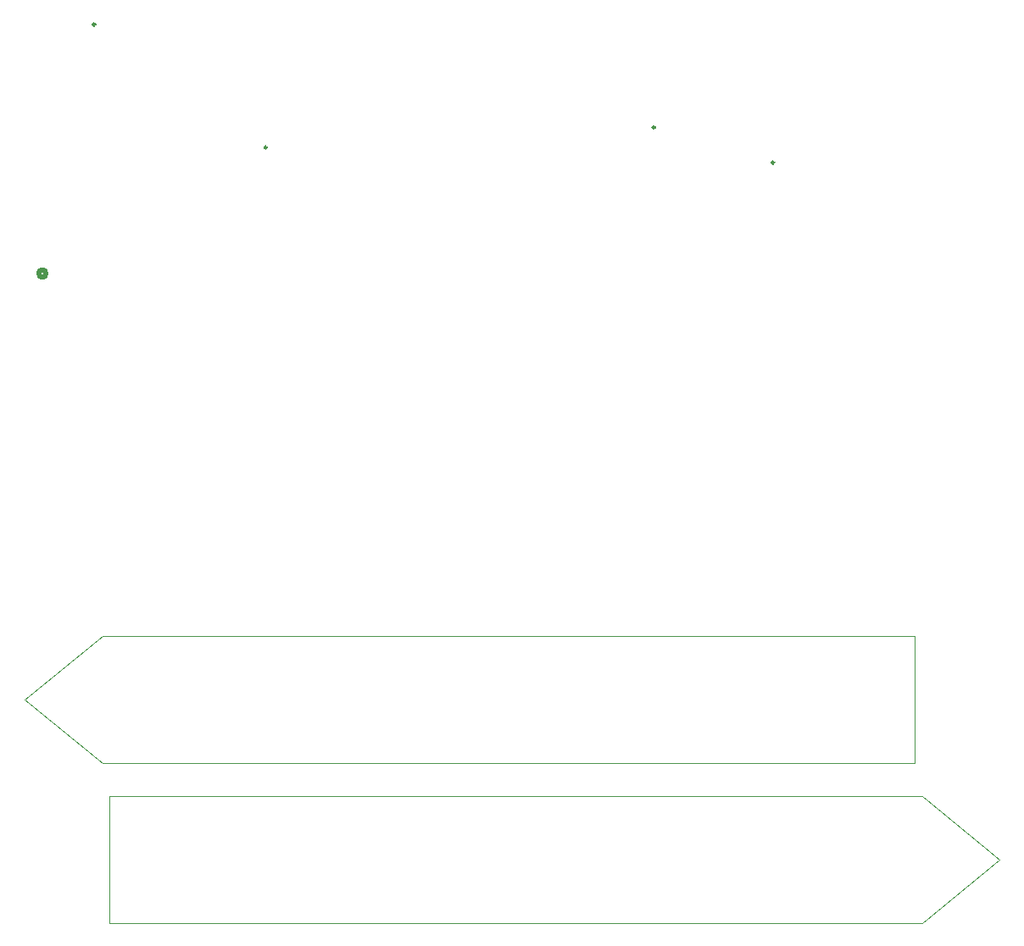
<source format=gbr>
%TF.GenerationSoftware,KiCad,Pcbnew,7.0.6*%
%TF.CreationDate,2023-11-01T15:52:39-07:00*%
%TF.ProjectId,Deliverable4_schematics,44656c69-7665-4726-9162-6c65345f7363,rev?*%
%TF.SameCoordinates,Original*%
%TF.FileFunction,Legend,Bot*%
%TF.FilePolarity,Positive*%
%FSLAX46Y46*%
G04 Gerber Fmt 4.6, Leading zero omitted, Abs format (unit mm)*
G04 Created by KiCad (PCBNEW 7.0.6) date 2023-11-01 15:52:39*
%MOMM*%
%LPD*%
G01*
G04 APERTURE LIST*
%ADD10C,0.100000*%
%ADD11C,0.254000*%
%ADD12C,0.508000*%
G04 APERTURE END LIST*
D10*
%TO.C,U10*%
X263476000Y-173150000D02*
X182323000Y-173150000D01*
X263476000Y-173150000D02*
X271223000Y-166800000D01*
X182323000Y-160450000D02*
X182323000Y-173150000D01*
X263476000Y-160450000D02*
X271223000Y-166800000D01*
X263476000Y-160450000D02*
X182323000Y-160450000D01*
%TO.C,U11*%
X181624000Y-144450000D02*
X262777000Y-144450000D01*
X181624000Y-144450000D02*
X173877000Y-150800000D01*
X262777000Y-157150000D02*
X262777000Y-144450000D01*
X181624000Y-157150000D02*
X173877000Y-150800000D01*
X181624000Y-157150000D02*
X262777000Y-157150000D01*
D11*
%TO.C,SW4*%
X198056999Y-95614900D02*
G75*
G03*
X198056999Y-95614900I-127000J0D01*
G01*
D12*
%TO.C,J8*%
X176001002Y-108224998D02*
G75*
G03*
X176001002Y-108224998I-381000J0D01*
G01*
D11*
%TO.C,SW5*%
X236812100Y-93629999D02*
G75*
G03*
X236812100Y-93629999I-127000J0D01*
G01*
%TO.C,SW3*%
X180912100Y-83329999D02*
G75*
G03*
X180912100Y-83329999I-127000J0D01*
G01*
%TO.C,SW1*%
X248712100Y-97129999D02*
G75*
G03*
X248712100Y-97129999I-127000J0D01*
G01*
%TD*%
M02*

</source>
